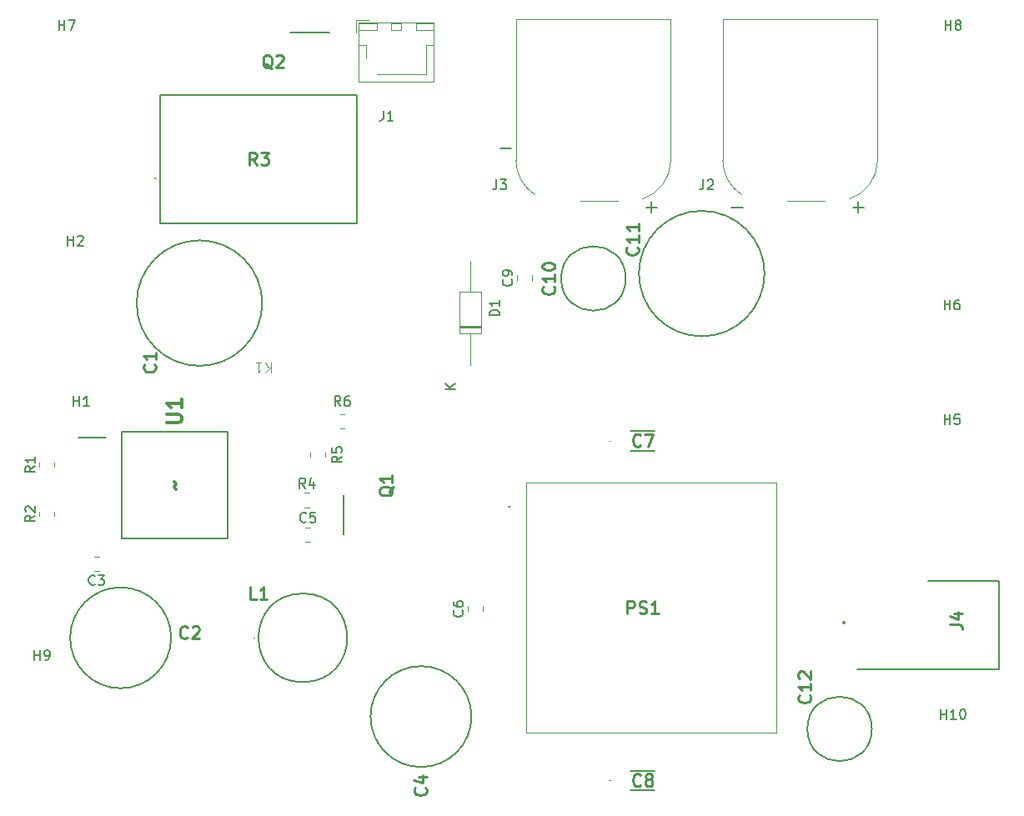
<source format=gto>
%TF.GenerationSoftware,KiCad,Pcbnew,8.0.1*%
%TF.CreationDate,2024-05-22T17:07:33+09:00*%
%TF.ProjectId,power_bord,706f7765-725f-4626-9f72-642e6b696361,rev?*%
%TF.SameCoordinates,Original*%
%TF.FileFunction,Legend,Top*%
%TF.FilePolarity,Positive*%
%FSLAX46Y46*%
G04 Gerber Fmt 4.6, Leading zero omitted, Abs format (unit mm)*
G04 Created by KiCad (PCBNEW 8.0.1) date 2024-05-22 17:07:33*
%MOMM*%
%LPD*%
G01*
G04 APERTURE LIST*
%ADD10C,0.254000*%
%ADD11C,0.304800*%
%ADD12C,0.100000*%
%ADD13C,0.150000*%
%ADD14C,0.200000*%
%ADD15C,0.198120*%
%ADD16C,0.120000*%
G04 APERTURE END LIST*
D10*
X80879047Y-40195270D02*
X80758095Y-40134794D01*
X80758095Y-40134794D02*
X80637142Y-40013842D01*
X80637142Y-40013842D02*
X80455714Y-39832413D01*
X80455714Y-39832413D02*
X80334761Y-39771937D01*
X80334761Y-39771937D02*
X80213809Y-39771937D01*
X80274285Y-40074318D02*
X80153333Y-40013842D01*
X80153333Y-40013842D02*
X80032380Y-39892889D01*
X80032380Y-39892889D02*
X79971904Y-39650984D01*
X79971904Y-39650984D02*
X79971904Y-39227651D01*
X79971904Y-39227651D02*
X80032380Y-38985746D01*
X80032380Y-38985746D02*
X80153333Y-38864794D01*
X80153333Y-38864794D02*
X80274285Y-38804318D01*
X80274285Y-38804318D02*
X80516190Y-38804318D01*
X80516190Y-38804318D02*
X80637142Y-38864794D01*
X80637142Y-38864794D02*
X80758095Y-38985746D01*
X80758095Y-38985746D02*
X80818571Y-39227651D01*
X80818571Y-39227651D02*
X80818571Y-39650984D01*
X80818571Y-39650984D02*
X80758095Y-39892889D01*
X80758095Y-39892889D02*
X80637142Y-40013842D01*
X80637142Y-40013842D02*
X80516190Y-40074318D01*
X80516190Y-40074318D02*
X80274285Y-40074318D01*
X81302380Y-38925270D02*
X81362856Y-38864794D01*
X81362856Y-38864794D02*
X81483809Y-38804318D01*
X81483809Y-38804318D02*
X81786190Y-38804318D01*
X81786190Y-38804318D02*
X81907142Y-38864794D01*
X81907142Y-38864794D02*
X81967618Y-38925270D01*
X81967618Y-38925270D02*
X82028095Y-39046222D01*
X82028095Y-39046222D02*
X82028095Y-39167175D01*
X82028095Y-39167175D02*
X81967618Y-39348603D01*
X81967618Y-39348603D02*
X81241904Y-40074318D01*
X81241904Y-40074318D02*
X82028095Y-40074318D01*
D11*
X70165181Y-76161142D02*
X71398895Y-76161142D01*
X71398895Y-76161142D02*
X71544038Y-76088571D01*
X71544038Y-76088571D02*
X71616610Y-76016000D01*
X71616610Y-76016000D02*
X71689181Y-75870857D01*
X71689181Y-75870857D02*
X71689181Y-75580571D01*
X71689181Y-75580571D02*
X71616610Y-75435428D01*
X71616610Y-75435428D02*
X71544038Y-75362857D01*
X71544038Y-75362857D02*
X71398895Y-75290285D01*
X71398895Y-75290285D02*
X70165181Y-75290285D01*
X71689181Y-73766286D02*
X71689181Y-74637143D01*
X71689181Y-74201714D02*
X70165181Y-74201714D01*
X70165181Y-74201714D02*
X70382895Y-74346857D01*
X70382895Y-74346857D02*
X70528038Y-74492000D01*
X70528038Y-74492000D02*
X70600610Y-74637143D01*
X71108610Y-82899142D02*
X71036038Y-82826570D01*
X71036038Y-82826570D02*
X70963467Y-82681427D01*
X70963467Y-82681427D02*
X71108610Y-82391142D01*
X71108610Y-82391142D02*
X71036038Y-82245999D01*
X71036038Y-82245999D02*
X70963467Y-82173427D01*
D10*
X93195270Y-82620952D02*
X93134794Y-82741904D01*
X93134794Y-82741904D02*
X93013842Y-82862857D01*
X93013842Y-82862857D02*
X92832413Y-83044285D01*
X92832413Y-83044285D02*
X92771937Y-83165238D01*
X92771937Y-83165238D02*
X92771937Y-83286190D01*
X93074318Y-83225714D02*
X93013842Y-83346666D01*
X93013842Y-83346666D02*
X92892889Y-83467619D01*
X92892889Y-83467619D02*
X92650984Y-83528095D01*
X92650984Y-83528095D02*
X92227651Y-83528095D01*
X92227651Y-83528095D02*
X91985746Y-83467619D01*
X91985746Y-83467619D02*
X91864794Y-83346666D01*
X91864794Y-83346666D02*
X91804318Y-83225714D01*
X91804318Y-83225714D02*
X91804318Y-82983809D01*
X91804318Y-82983809D02*
X91864794Y-82862857D01*
X91864794Y-82862857D02*
X91985746Y-82741904D01*
X91985746Y-82741904D02*
X92227651Y-82681428D01*
X92227651Y-82681428D02*
X92650984Y-82681428D01*
X92650984Y-82681428D02*
X92892889Y-82741904D01*
X92892889Y-82741904D02*
X93013842Y-82862857D01*
X93013842Y-82862857D02*
X93074318Y-82983809D01*
X93074318Y-82983809D02*
X93074318Y-83225714D01*
X93074318Y-81471904D02*
X93074318Y-82197619D01*
X93074318Y-81834762D02*
X91804318Y-81834762D01*
X91804318Y-81834762D02*
X91985746Y-81955714D01*
X91985746Y-81955714D02*
X92106699Y-82076666D01*
X92106699Y-82076666D02*
X92167175Y-82197619D01*
D12*
X80738094Y-70042580D02*
X80738094Y-71042580D01*
X80166666Y-70042580D02*
X80595237Y-70614009D01*
X80166666Y-71042580D02*
X80738094Y-70471152D01*
X79214285Y-70042580D02*
X79785713Y-70042580D01*
X79499999Y-70042580D02*
X79499999Y-71042580D01*
X79499999Y-71042580D02*
X79595237Y-70899723D01*
X79595237Y-70899723D02*
X79690475Y-70804485D01*
X79690475Y-70804485D02*
X79785713Y-70756866D01*
D13*
X124666666Y-51454819D02*
X124666666Y-52169104D01*
X124666666Y-52169104D02*
X124619047Y-52311961D01*
X124619047Y-52311961D02*
X124523809Y-52407200D01*
X124523809Y-52407200D02*
X124380952Y-52454819D01*
X124380952Y-52454819D02*
X124285714Y-52454819D01*
X125095238Y-51550057D02*
X125142857Y-51502438D01*
X125142857Y-51502438D02*
X125238095Y-51454819D01*
X125238095Y-51454819D02*
X125476190Y-51454819D01*
X125476190Y-51454819D02*
X125571428Y-51502438D01*
X125571428Y-51502438D02*
X125619047Y-51550057D01*
X125619047Y-51550057D02*
X125666666Y-51645295D01*
X125666666Y-51645295D02*
X125666666Y-51740533D01*
X125666666Y-51740533D02*
X125619047Y-51883390D01*
X125619047Y-51883390D02*
X125047619Y-52454819D01*
X125047619Y-52454819D02*
X125666666Y-52454819D01*
X127528571Y-54264700D02*
X128671429Y-54264700D01*
X139828571Y-54264700D02*
X140971429Y-54264700D01*
X140400000Y-54836128D02*
X140400000Y-53693271D01*
X148761905Y-106254819D02*
X148761905Y-105254819D01*
X148761905Y-105731009D02*
X149333333Y-105731009D01*
X149333333Y-106254819D02*
X149333333Y-105254819D01*
X150333333Y-106254819D02*
X149761905Y-106254819D01*
X150047619Y-106254819D02*
X150047619Y-105254819D01*
X150047619Y-105254819D02*
X149952381Y-105397676D01*
X149952381Y-105397676D02*
X149857143Y-105492914D01*
X149857143Y-105492914D02*
X149761905Y-105540533D01*
X150952381Y-105254819D02*
X151047619Y-105254819D01*
X151047619Y-105254819D02*
X151142857Y-105302438D01*
X151142857Y-105302438D02*
X151190476Y-105350057D01*
X151190476Y-105350057D02*
X151238095Y-105445295D01*
X151238095Y-105445295D02*
X151285714Y-105635771D01*
X151285714Y-105635771D02*
X151285714Y-105873866D01*
X151285714Y-105873866D02*
X151238095Y-106064342D01*
X151238095Y-106064342D02*
X151190476Y-106159580D01*
X151190476Y-106159580D02*
X151142857Y-106207200D01*
X151142857Y-106207200D02*
X151047619Y-106254819D01*
X151047619Y-106254819D02*
X150952381Y-106254819D01*
X150952381Y-106254819D02*
X150857143Y-106207200D01*
X150857143Y-106207200D02*
X150809524Y-106159580D01*
X150809524Y-106159580D02*
X150761905Y-106064342D01*
X150761905Y-106064342D02*
X150714286Y-105873866D01*
X150714286Y-105873866D02*
X150714286Y-105635771D01*
X150714286Y-105635771D02*
X150761905Y-105445295D01*
X150761905Y-105445295D02*
X150809524Y-105350057D01*
X150809524Y-105350057D02*
X150857143Y-105302438D01*
X150857143Y-105302438D02*
X150952381Y-105254819D01*
X60738095Y-74454819D02*
X60738095Y-73454819D01*
X60738095Y-73931009D02*
X61309523Y-73931009D01*
X61309523Y-74454819D02*
X61309523Y-73454819D01*
X62309523Y-74454819D02*
X61738095Y-74454819D01*
X62023809Y-74454819D02*
X62023809Y-73454819D01*
X62023809Y-73454819D02*
X61928571Y-73597676D01*
X61928571Y-73597676D02*
X61833333Y-73692914D01*
X61833333Y-73692914D02*
X61738095Y-73740533D01*
X103666666Y-51454819D02*
X103666666Y-52169104D01*
X103666666Y-52169104D02*
X103619047Y-52311961D01*
X103619047Y-52311961D02*
X103523809Y-52407200D01*
X103523809Y-52407200D02*
X103380952Y-52454819D01*
X103380952Y-52454819D02*
X103285714Y-52454819D01*
X104047619Y-51454819D02*
X104666666Y-51454819D01*
X104666666Y-51454819D02*
X104333333Y-51835771D01*
X104333333Y-51835771D02*
X104476190Y-51835771D01*
X104476190Y-51835771D02*
X104571428Y-51883390D01*
X104571428Y-51883390D02*
X104619047Y-51931009D01*
X104619047Y-51931009D02*
X104666666Y-52026247D01*
X104666666Y-52026247D02*
X104666666Y-52264342D01*
X104666666Y-52264342D02*
X104619047Y-52359580D01*
X104619047Y-52359580D02*
X104571428Y-52407200D01*
X104571428Y-52407200D02*
X104476190Y-52454819D01*
X104476190Y-52454819D02*
X104190476Y-52454819D01*
X104190476Y-52454819D02*
X104095238Y-52407200D01*
X104095238Y-52407200D02*
X104047619Y-52359580D01*
X118828571Y-54264700D02*
X119971429Y-54264700D01*
X119400000Y-54836128D02*
X119400000Y-53693271D01*
X104028571Y-48264700D02*
X105171429Y-48264700D01*
X87833333Y-74454819D02*
X87500000Y-73978628D01*
X87261905Y-74454819D02*
X87261905Y-73454819D01*
X87261905Y-73454819D02*
X87642857Y-73454819D01*
X87642857Y-73454819D02*
X87738095Y-73502438D01*
X87738095Y-73502438D02*
X87785714Y-73550057D01*
X87785714Y-73550057D02*
X87833333Y-73645295D01*
X87833333Y-73645295D02*
X87833333Y-73788152D01*
X87833333Y-73788152D02*
X87785714Y-73883390D01*
X87785714Y-73883390D02*
X87738095Y-73931009D01*
X87738095Y-73931009D02*
X87642857Y-73978628D01*
X87642857Y-73978628D02*
X87261905Y-73978628D01*
X88690476Y-73454819D02*
X88500000Y-73454819D01*
X88500000Y-73454819D02*
X88404762Y-73502438D01*
X88404762Y-73502438D02*
X88357143Y-73550057D01*
X88357143Y-73550057D02*
X88261905Y-73692914D01*
X88261905Y-73692914D02*
X88214286Y-73883390D01*
X88214286Y-73883390D02*
X88214286Y-74264342D01*
X88214286Y-74264342D02*
X88261905Y-74359580D01*
X88261905Y-74359580D02*
X88309524Y-74407200D01*
X88309524Y-74407200D02*
X88404762Y-74454819D01*
X88404762Y-74454819D02*
X88595238Y-74454819D01*
X88595238Y-74454819D02*
X88690476Y-74407200D01*
X88690476Y-74407200D02*
X88738095Y-74359580D01*
X88738095Y-74359580D02*
X88785714Y-74264342D01*
X88785714Y-74264342D02*
X88785714Y-74026247D01*
X88785714Y-74026247D02*
X88738095Y-73931009D01*
X88738095Y-73931009D02*
X88690476Y-73883390D01*
X88690476Y-73883390D02*
X88595238Y-73835771D01*
X88595238Y-73835771D02*
X88404762Y-73835771D01*
X88404762Y-73835771D02*
X88309524Y-73883390D01*
X88309524Y-73883390D02*
X88261905Y-73931009D01*
X88261905Y-73931009D02*
X88214286Y-74026247D01*
X84333333Y-86179580D02*
X84285714Y-86227200D01*
X84285714Y-86227200D02*
X84142857Y-86274819D01*
X84142857Y-86274819D02*
X84047619Y-86274819D01*
X84047619Y-86274819D02*
X83904762Y-86227200D01*
X83904762Y-86227200D02*
X83809524Y-86131961D01*
X83809524Y-86131961D02*
X83761905Y-86036723D01*
X83761905Y-86036723D02*
X83714286Y-85846247D01*
X83714286Y-85846247D02*
X83714286Y-85703390D01*
X83714286Y-85703390D02*
X83761905Y-85512914D01*
X83761905Y-85512914D02*
X83809524Y-85417676D01*
X83809524Y-85417676D02*
X83904762Y-85322438D01*
X83904762Y-85322438D02*
X84047619Y-85274819D01*
X84047619Y-85274819D02*
X84142857Y-85274819D01*
X84142857Y-85274819D02*
X84285714Y-85322438D01*
X84285714Y-85322438D02*
X84333333Y-85370057D01*
X85238095Y-85274819D02*
X84761905Y-85274819D01*
X84761905Y-85274819D02*
X84714286Y-85751009D01*
X84714286Y-85751009D02*
X84761905Y-85703390D01*
X84761905Y-85703390D02*
X84857143Y-85655771D01*
X84857143Y-85655771D02*
X85095238Y-85655771D01*
X85095238Y-85655771D02*
X85190476Y-85703390D01*
X85190476Y-85703390D02*
X85238095Y-85751009D01*
X85238095Y-85751009D02*
X85285714Y-85846247D01*
X85285714Y-85846247D02*
X85285714Y-86084342D01*
X85285714Y-86084342D02*
X85238095Y-86179580D01*
X85238095Y-86179580D02*
X85190476Y-86227200D01*
X85190476Y-86227200D02*
X85095238Y-86274819D01*
X85095238Y-86274819D02*
X84857143Y-86274819D01*
X84857143Y-86274819D02*
X84761905Y-86227200D01*
X84761905Y-86227200D02*
X84714286Y-86179580D01*
D10*
X118288333Y-112953365D02*
X118227857Y-113013842D01*
X118227857Y-113013842D02*
X118046428Y-113074318D01*
X118046428Y-113074318D02*
X117925476Y-113074318D01*
X117925476Y-113074318D02*
X117744047Y-113013842D01*
X117744047Y-113013842D02*
X117623095Y-112892889D01*
X117623095Y-112892889D02*
X117562618Y-112771937D01*
X117562618Y-112771937D02*
X117502142Y-112530032D01*
X117502142Y-112530032D02*
X117502142Y-112348603D01*
X117502142Y-112348603D02*
X117562618Y-112106699D01*
X117562618Y-112106699D02*
X117623095Y-111985746D01*
X117623095Y-111985746D02*
X117744047Y-111864794D01*
X117744047Y-111864794D02*
X117925476Y-111804318D01*
X117925476Y-111804318D02*
X118046428Y-111804318D01*
X118046428Y-111804318D02*
X118227857Y-111864794D01*
X118227857Y-111864794D02*
X118288333Y-111925270D01*
X119014047Y-112348603D02*
X118893095Y-112288127D01*
X118893095Y-112288127D02*
X118832618Y-112227651D01*
X118832618Y-112227651D02*
X118772142Y-112106699D01*
X118772142Y-112106699D02*
X118772142Y-112046222D01*
X118772142Y-112046222D02*
X118832618Y-111925270D01*
X118832618Y-111925270D02*
X118893095Y-111864794D01*
X118893095Y-111864794D02*
X119014047Y-111804318D01*
X119014047Y-111804318D02*
X119255952Y-111804318D01*
X119255952Y-111804318D02*
X119376904Y-111864794D01*
X119376904Y-111864794D02*
X119437380Y-111925270D01*
X119437380Y-111925270D02*
X119497857Y-112046222D01*
X119497857Y-112046222D02*
X119497857Y-112106699D01*
X119497857Y-112106699D02*
X119437380Y-112227651D01*
X119437380Y-112227651D02*
X119376904Y-112288127D01*
X119376904Y-112288127D02*
X119255952Y-112348603D01*
X119255952Y-112348603D02*
X119014047Y-112348603D01*
X119014047Y-112348603D02*
X118893095Y-112409080D01*
X118893095Y-112409080D02*
X118832618Y-112469556D01*
X118832618Y-112469556D02*
X118772142Y-112590508D01*
X118772142Y-112590508D02*
X118772142Y-112832413D01*
X118772142Y-112832413D02*
X118832618Y-112953365D01*
X118832618Y-112953365D02*
X118893095Y-113013842D01*
X118893095Y-113013842D02*
X119014047Y-113074318D01*
X119014047Y-113074318D02*
X119255952Y-113074318D01*
X119255952Y-113074318D02*
X119376904Y-113013842D01*
X119376904Y-113013842D02*
X119437380Y-112953365D01*
X119437380Y-112953365D02*
X119497857Y-112832413D01*
X119497857Y-112832413D02*
X119497857Y-112590508D01*
X119497857Y-112590508D02*
X119437380Y-112469556D01*
X119437380Y-112469556D02*
X119376904Y-112409080D01*
X119376904Y-112409080D02*
X119255952Y-112348603D01*
X109453365Y-62316428D02*
X109513842Y-62376904D01*
X109513842Y-62376904D02*
X109574318Y-62558333D01*
X109574318Y-62558333D02*
X109574318Y-62679285D01*
X109574318Y-62679285D02*
X109513842Y-62860714D01*
X109513842Y-62860714D02*
X109392889Y-62981666D01*
X109392889Y-62981666D02*
X109271937Y-63042143D01*
X109271937Y-63042143D02*
X109030032Y-63102619D01*
X109030032Y-63102619D02*
X108848603Y-63102619D01*
X108848603Y-63102619D02*
X108606699Y-63042143D01*
X108606699Y-63042143D02*
X108485746Y-62981666D01*
X108485746Y-62981666D02*
X108364794Y-62860714D01*
X108364794Y-62860714D02*
X108304318Y-62679285D01*
X108304318Y-62679285D02*
X108304318Y-62558333D01*
X108304318Y-62558333D02*
X108364794Y-62376904D01*
X108364794Y-62376904D02*
X108425270Y-62316428D01*
X109574318Y-61106904D02*
X109574318Y-61832619D01*
X109574318Y-61469762D02*
X108304318Y-61469762D01*
X108304318Y-61469762D02*
X108485746Y-61590714D01*
X108485746Y-61590714D02*
X108606699Y-61711666D01*
X108606699Y-61711666D02*
X108667175Y-61832619D01*
X108304318Y-60320714D02*
X108304318Y-60199761D01*
X108304318Y-60199761D02*
X108364794Y-60078809D01*
X108364794Y-60078809D02*
X108425270Y-60018333D01*
X108425270Y-60018333D02*
X108546222Y-59957857D01*
X108546222Y-59957857D02*
X108788127Y-59897380D01*
X108788127Y-59897380D02*
X109090508Y-59897380D01*
X109090508Y-59897380D02*
X109332413Y-59957857D01*
X109332413Y-59957857D02*
X109453365Y-60018333D01*
X109453365Y-60018333D02*
X109513842Y-60078809D01*
X109513842Y-60078809D02*
X109574318Y-60199761D01*
X109574318Y-60199761D02*
X109574318Y-60320714D01*
X109574318Y-60320714D02*
X109513842Y-60441666D01*
X109513842Y-60441666D02*
X109453365Y-60502142D01*
X109453365Y-60502142D02*
X109332413Y-60562619D01*
X109332413Y-60562619D02*
X109090508Y-60623095D01*
X109090508Y-60623095D02*
X108788127Y-60623095D01*
X108788127Y-60623095D02*
X108546222Y-60562619D01*
X108546222Y-60562619D02*
X108425270Y-60502142D01*
X108425270Y-60502142D02*
X108364794Y-60441666D01*
X108364794Y-60441666D02*
X108304318Y-60320714D01*
D13*
X62883333Y-92539580D02*
X62835714Y-92587200D01*
X62835714Y-92587200D02*
X62692857Y-92634819D01*
X62692857Y-92634819D02*
X62597619Y-92634819D01*
X62597619Y-92634819D02*
X62454762Y-92587200D01*
X62454762Y-92587200D02*
X62359524Y-92491961D01*
X62359524Y-92491961D02*
X62311905Y-92396723D01*
X62311905Y-92396723D02*
X62264286Y-92206247D01*
X62264286Y-92206247D02*
X62264286Y-92063390D01*
X62264286Y-92063390D02*
X62311905Y-91872914D01*
X62311905Y-91872914D02*
X62359524Y-91777676D01*
X62359524Y-91777676D02*
X62454762Y-91682438D01*
X62454762Y-91682438D02*
X62597619Y-91634819D01*
X62597619Y-91634819D02*
X62692857Y-91634819D01*
X62692857Y-91634819D02*
X62835714Y-91682438D01*
X62835714Y-91682438D02*
X62883333Y-91730057D01*
X63216667Y-91634819D02*
X63835714Y-91634819D01*
X63835714Y-91634819D02*
X63502381Y-92015771D01*
X63502381Y-92015771D02*
X63645238Y-92015771D01*
X63645238Y-92015771D02*
X63740476Y-92063390D01*
X63740476Y-92063390D02*
X63788095Y-92111009D01*
X63788095Y-92111009D02*
X63835714Y-92206247D01*
X63835714Y-92206247D02*
X63835714Y-92444342D01*
X63835714Y-92444342D02*
X63788095Y-92539580D01*
X63788095Y-92539580D02*
X63740476Y-92587200D01*
X63740476Y-92587200D02*
X63645238Y-92634819D01*
X63645238Y-92634819D02*
X63359524Y-92634819D01*
X63359524Y-92634819D02*
X63264286Y-92587200D01*
X63264286Y-92587200D02*
X63216667Y-92539580D01*
X92166666Y-44479819D02*
X92166666Y-45194104D01*
X92166666Y-45194104D02*
X92119047Y-45336961D01*
X92119047Y-45336961D02*
X92023809Y-45432200D01*
X92023809Y-45432200D02*
X91880952Y-45479819D01*
X91880952Y-45479819D02*
X91785714Y-45479819D01*
X93166666Y-45479819D02*
X92595238Y-45479819D01*
X92880952Y-45479819D02*
X92880952Y-44479819D01*
X92880952Y-44479819D02*
X92785714Y-44622676D01*
X92785714Y-44622676D02*
X92690476Y-44717914D01*
X92690476Y-44717914D02*
X92595238Y-44765533D01*
X56804819Y-85579166D02*
X56328628Y-85912499D01*
X56804819Y-86150594D02*
X55804819Y-86150594D01*
X55804819Y-86150594D02*
X55804819Y-85769642D01*
X55804819Y-85769642D02*
X55852438Y-85674404D01*
X55852438Y-85674404D02*
X55900057Y-85626785D01*
X55900057Y-85626785D02*
X55995295Y-85579166D01*
X55995295Y-85579166D02*
X56138152Y-85579166D01*
X56138152Y-85579166D02*
X56233390Y-85626785D01*
X56233390Y-85626785D02*
X56281009Y-85674404D01*
X56281009Y-85674404D02*
X56328628Y-85769642D01*
X56328628Y-85769642D02*
X56328628Y-86150594D01*
X55900057Y-85198213D02*
X55852438Y-85150594D01*
X55852438Y-85150594D02*
X55804819Y-85055356D01*
X55804819Y-85055356D02*
X55804819Y-84817261D01*
X55804819Y-84817261D02*
X55852438Y-84722023D01*
X55852438Y-84722023D02*
X55900057Y-84674404D01*
X55900057Y-84674404D02*
X55995295Y-84626785D01*
X55995295Y-84626785D02*
X56090533Y-84626785D01*
X56090533Y-84626785D02*
X56233390Y-84674404D01*
X56233390Y-84674404D02*
X56804819Y-85245832D01*
X56804819Y-85245832D02*
X56804819Y-84626785D01*
X59238095Y-36254819D02*
X59238095Y-35254819D01*
X59238095Y-35731009D02*
X59809523Y-35731009D01*
X59809523Y-36254819D02*
X59809523Y-35254819D01*
X60190476Y-35254819D02*
X60857142Y-35254819D01*
X60857142Y-35254819D02*
X60428571Y-36254819D01*
X60138095Y-58154819D02*
X60138095Y-57154819D01*
X60138095Y-57631009D02*
X60709523Y-57631009D01*
X60709523Y-58154819D02*
X60709523Y-57154819D01*
X61138095Y-57250057D02*
X61185714Y-57202438D01*
X61185714Y-57202438D02*
X61280952Y-57154819D01*
X61280952Y-57154819D02*
X61519047Y-57154819D01*
X61519047Y-57154819D02*
X61614285Y-57202438D01*
X61614285Y-57202438D02*
X61661904Y-57250057D01*
X61661904Y-57250057D02*
X61709523Y-57345295D01*
X61709523Y-57345295D02*
X61709523Y-57440533D01*
X61709523Y-57440533D02*
X61661904Y-57583390D01*
X61661904Y-57583390D02*
X61090476Y-58154819D01*
X61090476Y-58154819D02*
X61709523Y-58154819D01*
D10*
X116957856Y-95534318D02*
X116957856Y-94264318D01*
X116957856Y-94264318D02*
X117441666Y-94264318D01*
X117441666Y-94264318D02*
X117562618Y-94324794D01*
X117562618Y-94324794D02*
X117623095Y-94385270D01*
X117623095Y-94385270D02*
X117683571Y-94506222D01*
X117683571Y-94506222D02*
X117683571Y-94687651D01*
X117683571Y-94687651D02*
X117623095Y-94808603D01*
X117623095Y-94808603D02*
X117562618Y-94869080D01*
X117562618Y-94869080D02*
X117441666Y-94929556D01*
X117441666Y-94929556D02*
X116957856Y-94929556D01*
X118167380Y-95473842D02*
X118348809Y-95534318D01*
X118348809Y-95534318D02*
X118651190Y-95534318D01*
X118651190Y-95534318D02*
X118772142Y-95473842D01*
X118772142Y-95473842D02*
X118832618Y-95413365D01*
X118832618Y-95413365D02*
X118893095Y-95292413D01*
X118893095Y-95292413D02*
X118893095Y-95171461D01*
X118893095Y-95171461D02*
X118832618Y-95050508D01*
X118832618Y-95050508D02*
X118772142Y-94990032D01*
X118772142Y-94990032D02*
X118651190Y-94929556D01*
X118651190Y-94929556D02*
X118409285Y-94869080D01*
X118409285Y-94869080D02*
X118288333Y-94808603D01*
X118288333Y-94808603D02*
X118227856Y-94748127D01*
X118227856Y-94748127D02*
X118167380Y-94627175D01*
X118167380Y-94627175D02*
X118167380Y-94506222D01*
X118167380Y-94506222D02*
X118227856Y-94385270D01*
X118227856Y-94385270D02*
X118288333Y-94324794D01*
X118288333Y-94324794D02*
X118409285Y-94264318D01*
X118409285Y-94264318D02*
X118711666Y-94264318D01*
X118711666Y-94264318D02*
X118893095Y-94324794D01*
X120102619Y-95534318D02*
X119376904Y-95534318D01*
X119739761Y-95534318D02*
X119739761Y-94264318D01*
X119739761Y-94264318D02*
X119618809Y-94445746D01*
X119618809Y-94445746D02*
X119497857Y-94566699D01*
X119497857Y-94566699D02*
X119376904Y-94627175D01*
X79288333Y-49979318D02*
X78864999Y-49374556D01*
X78562618Y-49979318D02*
X78562618Y-48709318D01*
X78562618Y-48709318D02*
X79046428Y-48709318D01*
X79046428Y-48709318D02*
X79167380Y-48769794D01*
X79167380Y-48769794D02*
X79227857Y-48830270D01*
X79227857Y-48830270D02*
X79288333Y-48951222D01*
X79288333Y-48951222D02*
X79288333Y-49132651D01*
X79288333Y-49132651D02*
X79227857Y-49253603D01*
X79227857Y-49253603D02*
X79167380Y-49314080D01*
X79167380Y-49314080D02*
X79046428Y-49374556D01*
X79046428Y-49374556D02*
X78562618Y-49374556D01*
X79711666Y-48709318D02*
X80497857Y-48709318D01*
X80497857Y-48709318D02*
X80074523Y-49193127D01*
X80074523Y-49193127D02*
X80255952Y-49193127D01*
X80255952Y-49193127D02*
X80376904Y-49253603D01*
X80376904Y-49253603D02*
X80437380Y-49314080D01*
X80437380Y-49314080D02*
X80497857Y-49435032D01*
X80497857Y-49435032D02*
X80497857Y-49737413D01*
X80497857Y-49737413D02*
X80437380Y-49858365D01*
X80437380Y-49858365D02*
X80376904Y-49918842D01*
X80376904Y-49918842D02*
X80255952Y-49979318D01*
X80255952Y-49979318D02*
X79893095Y-49979318D01*
X79893095Y-49979318D02*
X79772142Y-49918842D01*
X79772142Y-49918842D02*
X79711666Y-49858365D01*
X135453365Y-103816428D02*
X135513842Y-103876904D01*
X135513842Y-103876904D02*
X135574318Y-104058333D01*
X135574318Y-104058333D02*
X135574318Y-104179285D01*
X135574318Y-104179285D02*
X135513842Y-104360714D01*
X135513842Y-104360714D02*
X135392889Y-104481666D01*
X135392889Y-104481666D02*
X135271937Y-104542143D01*
X135271937Y-104542143D02*
X135030032Y-104602619D01*
X135030032Y-104602619D02*
X134848603Y-104602619D01*
X134848603Y-104602619D02*
X134606699Y-104542143D01*
X134606699Y-104542143D02*
X134485746Y-104481666D01*
X134485746Y-104481666D02*
X134364794Y-104360714D01*
X134364794Y-104360714D02*
X134304318Y-104179285D01*
X134304318Y-104179285D02*
X134304318Y-104058333D01*
X134304318Y-104058333D02*
X134364794Y-103876904D01*
X134364794Y-103876904D02*
X134425270Y-103816428D01*
X135574318Y-102606904D02*
X135574318Y-103332619D01*
X135574318Y-102969762D02*
X134304318Y-102969762D01*
X134304318Y-102969762D02*
X134485746Y-103090714D01*
X134485746Y-103090714D02*
X134606699Y-103211666D01*
X134606699Y-103211666D02*
X134667175Y-103332619D01*
X134425270Y-102123095D02*
X134364794Y-102062619D01*
X134364794Y-102062619D02*
X134304318Y-101941666D01*
X134304318Y-101941666D02*
X134304318Y-101639285D01*
X134304318Y-101639285D02*
X134364794Y-101518333D01*
X134364794Y-101518333D02*
X134425270Y-101457857D01*
X134425270Y-101457857D02*
X134546222Y-101397380D01*
X134546222Y-101397380D02*
X134667175Y-101397380D01*
X134667175Y-101397380D02*
X134848603Y-101457857D01*
X134848603Y-101457857D02*
X135574318Y-102183571D01*
X135574318Y-102183571D02*
X135574318Y-101397380D01*
D13*
X84245833Y-82804819D02*
X83912500Y-82328628D01*
X83674405Y-82804819D02*
X83674405Y-81804819D01*
X83674405Y-81804819D02*
X84055357Y-81804819D01*
X84055357Y-81804819D02*
X84150595Y-81852438D01*
X84150595Y-81852438D02*
X84198214Y-81900057D01*
X84198214Y-81900057D02*
X84245833Y-81995295D01*
X84245833Y-81995295D02*
X84245833Y-82138152D01*
X84245833Y-82138152D02*
X84198214Y-82233390D01*
X84198214Y-82233390D02*
X84150595Y-82281009D01*
X84150595Y-82281009D02*
X84055357Y-82328628D01*
X84055357Y-82328628D02*
X83674405Y-82328628D01*
X85102976Y-82138152D02*
X85102976Y-82804819D01*
X84864881Y-81757200D02*
X84626786Y-82471485D01*
X84626786Y-82471485D02*
X85245833Y-82471485D01*
X149138095Y-64654819D02*
X149138095Y-63654819D01*
X149138095Y-64131009D02*
X149709523Y-64131009D01*
X149709523Y-64654819D02*
X149709523Y-63654819D01*
X150614285Y-63654819D02*
X150423809Y-63654819D01*
X150423809Y-63654819D02*
X150328571Y-63702438D01*
X150328571Y-63702438D02*
X150280952Y-63750057D01*
X150280952Y-63750057D02*
X150185714Y-63892914D01*
X150185714Y-63892914D02*
X150138095Y-64083390D01*
X150138095Y-64083390D02*
X150138095Y-64464342D01*
X150138095Y-64464342D02*
X150185714Y-64559580D01*
X150185714Y-64559580D02*
X150233333Y-64607200D01*
X150233333Y-64607200D02*
X150328571Y-64654819D01*
X150328571Y-64654819D02*
X150519047Y-64654819D01*
X150519047Y-64654819D02*
X150614285Y-64607200D01*
X150614285Y-64607200D02*
X150661904Y-64559580D01*
X150661904Y-64559580D02*
X150709523Y-64464342D01*
X150709523Y-64464342D02*
X150709523Y-64226247D01*
X150709523Y-64226247D02*
X150661904Y-64131009D01*
X150661904Y-64131009D02*
X150614285Y-64083390D01*
X150614285Y-64083390D02*
X150519047Y-64035771D01*
X150519047Y-64035771D02*
X150328571Y-64035771D01*
X150328571Y-64035771D02*
X150233333Y-64083390D01*
X150233333Y-64083390D02*
X150185714Y-64131009D01*
X150185714Y-64131009D02*
X150138095Y-64226247D01*
D10*
X117953365Y-58316428D02*
X118013842Y-58376904D01*
X118013842Y-58376904D02*
X118074318Y-58558333D01*
X118074318Y-58558333D02*
X118074318Y-58679285D01*
X118074318Y-58679285D02*
X118013842Y-58860714D01*
X118013842Y-58860714D02*
X117892889Y-58981666D01*
X117892889Y-58981666D02*
X117771937Y-59042143D01*
X117771937Y-59042143D02*
X117530032Y-59102619D01*
X117530032Y-59102619D02*
X117348603Y-59102619D01*
X117348603Y-59102619D02*
X117106699Y-59042143D01*
X117106699Y-59042143D02*
X116985746Y-58981666D01*
X116985746Y-58981666D02*
X116864794Y-58860714D01*
X116864794Y-58860714D02*
X116804318Y-58679285D01*
X116804318Y-58679285D02*
X116804318Y-58558333D01*
X116804318Y-58558333D02*
X116864794Y-58376904D01*
X116864794Y-58376904D02*
X116925270Y-58316428D01*
X118074318Y-57106904D02*
X118074318Y-57832619D01*
X118074318Y-57469762D02*
X116804318Y-57469762D01*
X116804318Y-57469762D02*
X116985746Y-57590714D01*
X116985746Y-57590714D02*
X117106699Y-57711666D01*
X117106699Y-57711666D02*
X117167175Y-57832619D01*
X118074318Y-55897380D02*
X118074318Y-56623095D01*
X118074318Y-56260238D02*
X116804318Y-56260238D01*
X116804318Y-56260238D02*
X116985746Y-56381190D01*
X116985746Y-56381190D02*
X117106699Y-56502142D01*
X117106699Y-56502142D02*
X117167175Y-56623095D01*
X118288333Y-78453365D02*
X118227857Y-78513842D01*
X118227857Y-78513842D02*
X118046428Y-78574318D01*
X118046428Y-78574318D02*
X117925476Y-78574318D01*
X117925476Y-78574318D02*
X117744047Y-78513842D01*
X117744047Y-78513842D02*
X117623095Y-78392889D01*
X117623095Y-78392889D02*
X117562618Y-78271937D01*
X117562618Y-78271937D02*
X117502142Y-78030032D01*
X117502142Y-78030032D02*
X117502142Y-77848603D01*
X117502142Y-77848603D02*
X117562618Y-77606699D01*
X117562618Y-77606699D02*
X117623095Y-77485746D01*
X117623095Y-77485746D02*
X117744047Y-77364794D01*
X117744047Y-77364794D02*
X117925476Y-77304318D01*
X117925476Y-77304318D02*
X118046428Y-77304318D01*
X118046428Y-77304318D02*
X118227857Y-77364794D01*
X118227857Y-77364794D02*
X118288333Y-77425270D01*
X118711666Y-77304318D02*
X119558333Y-77304318D01*
X119558333Y-77304318D02*
X119014047Y-78574318D01*
D13*
X100179580Y-95216666D02*
X100227200Y-95264285D01*
X100227200Y-95264285D02*
X100274819Y-95407142D01*
X100274819Y-95407142D02*
X100274819Y-95502380D01*
X100274819Y-95502380D02*
X100227200Y-95645237D01*
X100227200Y-95645237D02*
X100131961Y-95740475D01*
X100131961Y-95740475D02*
X100036723Y-95788094D01*
X100036723Y-95788094D02*
X99846247Y-95835713D01*
X99846247Y-95835713D02*
X99703390Y-95835713D01*
X99703390Y-95835713D02*
X99512914Y-95788094D01*
X99512914Y-95788094D02*
X99417676Y-95740475D01*
X99417676Y-95740475D02*
X99322438Y-95645237D01*
X99322438Y-95645237D02*
X99274819Y-95502380D01*
X99274819Y-95502380D02*
X99274819Y-95407142D01*
X99274819Y-95407142D02*
X99322438Y-95264285D01*
X99322438Y-95264285D02*
X99370057Y-95216666D01*
X99274819Y-94359523D02*
X99274819Y-94549999D01*
X99274819Y-94549999D02*
X99322438Y-94645237D01*
X99322438Y-94645237D02*
X99370057Y-94692856D01*
X99370057Y-94692856D02*
X99512914Y-94788094D01*
X99512914Y-94788094D02*
X99703390Y-94835713D01*
X99703390Y-94835713D02*
X100084342Y-94835713D01*
X100084342Y-94835713D02*
X100179580Y-94788094D01*
X100179580Y-94788094D02*
X100227200Y-94740475D01*
X100227200Y-94740475D02*
X100274819Y-94645237D01*
X100274819Y-94645237D02*
X100274819Y-94454761D01*
X100274819Y-94454761D02*
X100227200Y-94359523D01*
X100227200Y-94359523D02*
X100179580Y-94311904D01*
X100179580Y-94311904D02*
X100084342Y-94264285D01*
X100084342Y-94264285D02*
X99846247Y-94264285D01*
X99846247Y-94264285D02*
X99751009Y-94311904D01*
X99751009Y-94311904D02*
X99703390Y-94359523D01*
X99703390Y-94359523D02*
X99655771Y-94454761D01*
X99655771Y-94454761D02*
X99655771Y-94645237D01*
X99655771Y-94645237D02*
X99703390Y-94740475D01*
X99703390Y-94740475D02*
X99751009Y-94788094D01*
X99751009Y-94788094D02*
X99846247Y-94835713D01*
X56738095Y-100254819D02*
X56738095Y-99254819D01*
X56738095Y-99731009D02*
X57309523Y-99731009D01*
X57309523Y-100254819D02*
X57309523Y-99254819D01*
X57833333Y-100254819D02*
X58023809Y-100254819D01*
X58023809Y-100254819D02*
X58119047Y-100207200D01*
X58119047Y-100207200D02*
X58166666Y-100159580D01*
X58166666Y-100159580D02*
X58261904Y-100016723D01*
X58261904Y-100016723D02*
X58309523Y-99826247D01*
X58309523Y-99826247D02*
X58309523Y-99445295D01*
X58309523Y-99445295D02*
X58261904Y-99350057D01*
X58261904Y-99350057D02*
X58214285Y-99302438D01*
X58214285Y-99302438D02*
X58119047Y-99254819D01*
X58119047Y-99254819D02*
X57928571Y-99254819D01*
X57928571Y-99254819D02*
X57833333Y-99302438D01*
X57833333Y-99302438D02*
X57785714Y-99350057D01*
X57785714Y-99350057D02*
X57738095Y-99445295D01*
X57738095Y-99445295D02*
X57738095Y-99683390D01*
X57738095Y-99683390D02*
X57785714Y-99778628D01*
X57785714Y-99778628D02*
X57833333Y-99826247D01*
X57833333Y-99826247D02*
X57928571Y-99873866D01*
X57928571Y-99873866D02*
X58119047Y-99873866D01*
X58119047Y-99873866D02*
X58214285Y-99826247D01*
X58214285Y-99826247D02*
X58261904Y-99778628D01*
X58261904Y-99778628D02*
X58309523Y-99683390D01*
D10*
X79288333Y-94074318D02*
X78683571Y-94074318D01*
X78683571Y-94074318D02*
X78683571Y-92804318D01*
X80376905Y-94074318D02*
X79651190Y-94074318D01*
X80014047Y-94074318D02*
X80014047Y-92804318D01*
X80014047Y-92804318D02*
X79893095Y-92985746D01*
X79893095Y-92985746D02*
X79772143Y-93106699D01*
X79772143Y-93106699D02*
X79651190Y-93167175D01*
D13*
X103954819Y-65238094D02*
X102954819Y-65238094D01*
X102954819Y-65238094D02*
X102954819Y-64999999D01*
X102954819Y-64999999D02*
X103002438Y-64857142D01*
X103002438Y-64857142D02*
X103097676Y-64761904D01*
X103097676Y-64761904D02*
X103192914Y-64714285D01*
X103192914Y-64714285D02*
X103383390Y-64666666D01*
X103383390Y-64666666D02*
X103526247Y-64666666D01*
X103526247Y-64666666D02*
X103716723Y-64714285D01*
X103716723Y-64714285D02*
X103811961Y-64761904D01*
X103811961Y-64761904D02*
X103907200Y-64857142D01*
X103907200Y-64857142D02*
X103954819Y-64999999D01*
X103954819Y-64999999D02*
X103954819Y-65238094D01*
X103954819Y-63714285D02*
X103954819Y-64285713D01*
X103954819Y-63999999D02*
X102954819Y-63999999D01*
X102954819Y-63999999D02*
X103097676Y-64095237D01*
X103097676Y-64095237D02*
X103192914Y-64190475D01*
X103192914Y-64190475D02*
X103240533Y-64285713D01*
X99454819Y-72761904D02*
X98454819Y-72761904D01*
X99454819Y-72190476D02*
X98883390Y-72619047D01*
X98454819Y-72190476D02*
X99026247Y-72761904D01*
X149238095Y-36254819D02*
X149238095Y-35254819D01*
X149238095Y-35731009D02*
X149809523Y-35731009D01*
X149809523Y-36254819D02*
X149809523Y-35254819D01*
X150428571Y-35683390D02*
X150333333Y-35635771D01*
X150333333Y-35635771D02*
X150285714Y-35588152D01*
X150285714Y-35588152D02*
X150238095Y-35492914D01*
X150238095Y-35492914D02*
X150238095Y-35445295D01*
X150238095Y-35445295D02*
X150285714Y-35350057D01*
X150285714Y-35350057D02*
X150333333Y-35302438D01*
X150333333Y-35302438D02*
X150428571Y-35254819D01*
X150428571Y-35254819D02*
X150619047Y-35254819D01*
X150619047Y-35254819D02*
X150714285Y-35302438D01*
X150714285Y-35302438D02*
X150761904Y-35350057D01*
X150761904Y-35350057D02*
X150809523Y-35445295D01*
X150809523Y-35445295D02*
X150809523Y-35492914D01*
X150809523Y-35492914D02*
X150761904Y-35588152D01*
X150761904Y-35588152D02*
X150714285Y-35635771D01*
X150714285Y-35635771D02*
X150619047Y-35683390D01*
X150619047Y-35683390D02*
X150428571Y-35683390D01*
X150428571Y-35683390D02*
X150333333Y-35731009D01*
X150333333Y-35731009D02*
X150285714Y-35778628D01*
X150285714Y-35778628D02*
X150238095Y-35873866D01*
X150238095Y-35873866D02*
X150238095Y-36064342D01*
X150238095Y-36064342D02*
X150285714Y-36159580D01*
X150285714Y-36159580D02*
X150333333Y-36207200D01*
X150333333Y-36207200D02*
X150428571Y-36254819D01*
X150428571Y-36254819D02*
X150619047Y-36254819D01*
X150619047Y-36254819D02*
X150714285Y-36207200D01*
X150714285Y-36207200D02*
X150761904Y-36159580D01*
X150761904Y-36159580D02*
X150809523Y-36064342D01*
X150809523Y-36064342D02*
X150809523Y-35873866D01*
X150809523Y-35873866D02*
X150761904Y-35778628D01*
X150761904Y-35778628D02*
X150714285Y-35731009D01*
X150714285Y-35731009D02*
X150619047Y-35683390D01*
D10*
X149715318Y-96658332D02*
X150622461Y-96658332D01*
X150622461Y-96658332D02*
X150803889Y-96718809D01*
X150803889Y-96718809D02*
X150924842Y-96839761D01*
X150924842Y-96839761D02*
X150985318Y-97021190D01*
X150985318Y-97021190D02*
X150985318Y-97142142D01*
X150138651Y-95509285D02*
X150985318Y-95509285D01*
X149654842Y-95811666D02*
X150561984Y-96114047D01*
X150561984Y-96114047D02*
X150561984Y-95327856D01*
D13*
X56804819Y-80579166D02*
X56328628Y-80912499D01*
X56804819Y-81150594D02*
X55804819Y-81150594D01*
X55804819Y-81150594D02*
X55804819Y-80769642D01*
X55804819Y-80769642D02*
X55852438Y-80674404D01*
X55852438Y-80674404D02*
X55900057Y-80626785D01*
X55900057Y-80626785D02*
X55995295Y-80579166D01*
X55995295Y-80579166D02*
X56138152Y-80579166D01*
X56138152Y-80579166D02*
X56233390Y-80626785D01*
X56233390Y-80626785D02*
X56281009Y-80674404D01*
X56281009Y-80674404D02*
X56328628Y-80769642D01*
X56328628Y-80769642D02*
X56328628Y-81150594D01*
X56804819Y-79626785D02*
X56804819Y-80198213D01*
X56804819Y-79912499D02*
X55804819Y-79912499D01*
X55804819Y-79912499D02*
X55947676Y-80007737D01*
X55947676Y-80007737D02*
X56042914Y-80102975D01*
X56042914Y-80102975D02*
X56090533Y-80198213D01*
D10*
X68953365Y-70211666D02*
X69013842Y-70272142D01*
X69013842Y-70272142D02*
X69074318Y-70453571D01*
X69074318Y-70453571D02*
X69074318Y-70574523D01*
X69074318Y-70574523D02*
X69013842Y-70755952D01*
X69013842Y-70755952D02*
X68892889Y-70876904D01*
X68892889Y-70876904D02*
X68771937Y-70937381D01*
X68771937Y-70937381D02*
X68530032Y-70997857D01*
X68530032Y-70997857D02*
X68348603Y-70997857D01*
X68348603Y-70997857D02*
X68106699Y-70937381D01*
X68106699Y-70937381D02*
X67985746Y-70876904D01*
X67985746Y-70876904D02*
X67864794Y-70755952D01*
X67864794Y-70755952D02*
X67804318Y-70574523D01*
X67804318Y-70574523D02*
X67804318Y-70453571D01*
X67804318Y-70453571D02*
X67864794Y-70272142D01*
X67864794Y-70272142D02*
X67925270Y-70211666D01*
X69074318Y-69002142D02*
X69074318Y-69727857D01*
X69074318Y-69365000D02*
X67804318Y-69365000D01*
X67804318Y-69365000D02*
X67985746Y-69485952D01*
X67985746Y-69485952D02*
X68106699Y-69606904D01*
X68106699Y-69606904D02*
X68167175Y-69727857D01*
D13*
X105179580Y-61616666D02*
X105227200Y-61664285D01*
X105227200Y-61664285D02*
X105274819Y-61807142D01*
X105274819Y-61807142D02*
X105274819Y-61902380D01*
X105274819Y-61902380D02*
X105227200Y-62045237D01*
X105227200Y-62045237D02*
X105131961Y-62140475D01*
X105131961Y-62140475D02*
X105036723Y-62188094D01*
X105036723Y-62188094D02*
X104846247Y-62235713D01*
X104846247Y-62235713D02*
X104703390Y-62235713D01*
X104703390Y-62235713D02*
X104512914Y-62188094D01*
X104512914Y-62188094D02*
X104417676Y-62140475D01*
X104417676Y-62140475D02*
X104322438Y-62045237D01*
X104322438Y-62045237D02*
X104274819Y-61902380D01*
X104274819Y-61902380D02*
X104274819Y-61807142D01*
X104274819Y-61807142D02*
X104322438Y-61664285D01*
X104322438Y-61664285D02*
X104370057Y-61616666D01*
X105274819Y-61140475D02*
X105274819Y-60949999D01*
X105274819Y-60949999D02*
X105227200Y-60854761D01*
X105227200Y-60854761D02*
X105179580Y-60807142D01*
X105179580Y-60807142D02*
X105036723Y-60711904D01*
X105036723Y-60711904D02*
X104846247Y-60664285D01*
X104846247Y-60664285D02*
X104465295Y-60664285D01*
X104465295Y-60664285D02*
X104370057Y-60711904D01*
X104370057Y-60711904D02*
X104322438Y-60759523D01*
X104322438Y-60759523D02*
X104274819Y-60854761D01*
X104274819Y-60854761D02*
X104274819Y-61045237D01*
X104274819Y-61045237D02*
X104322438Y-61140475D01*
X104322438Y-61140475D02*
X104370057Y-61188094D01*
X104370057Y-61188094D02*
X104465295Y-61235713D01*
X104465295Y-61235713D02*
X104703390Y-61235713D01*
X104703390Y-61235713D02*
X104798628Y-61188094D01*
X104798628Y-61188094D02*
X104846247Y-61140475D01*
X104846247Y-61140475D02*
X104893866Y-61045237D01*
X104893866Y-61045237D02*
X104893866Y-60854761D01*
X104893866Y-60854761D02*
X104846247Y-60759523D01*
X104846247Y-60759523D02*
X104798628Y-60711904D01*
X104798628Y-60711904D02*
X104703390Y-60664285D01*
D10*
X96453365Y-113211666D02*
X96513842Y-113272142D01*
X96513842Y-113272142D02*
X96574318Y-113453571D01*
X96574318Y-113453571D02*
X96574318Y-113574523D01*
X96574318Y-113574523D02*
X96513842Y-113755952D01*
X96513842Y-113755952D02*
X96392889Y-113876904D01*
X96392889Y-113876904D02*
X96271937Y-113937381D01*
X96271937Y-113937381D02*
X96030032Y-113997857D01*
X96030032Y-113997857D02*
X95848603Y-113997857D01*
X95848603Y-113997857D02*
X95606699Y-113937381D01*
X95606699Y-113937381D02*
X95485746Y-113876904D01*
X95485746Y-113876904D02*
X95364794Y-113755952D01*
X95364794Y-113755952D02*
X95304318Y-113574523D01*
X95304318Y-113574523D02*
X95304318Y-113453571D01*
X95304318Y-113453571D02*
X95364794Y-113272142D01*
X95364794Y-113272142D02*
X95425270Y-113211666D01*
X95727651Y-112123095D02*
X96574318Y-112123095D01*
X95243842Y-112425476D02*
X96150984Y-112727857D01*
X96150984Y-112727857D02*
X96150984Y-111941666D01*
X72288333Y-97953365D02*
X72227857Y-98013842D01*
X72227857Y-98013842D02*
X72046428Y-98074318D01*
X72046428Y-98074318D02*
X71925476Y-98074318D01*
X71925476Y-98074318D02*
X71744047Y-98013842D01*
X71744047Y-98013842D02*
X71623095Y-97892889D01*
X71623095Y-97892889D02*
X71562618Y-97771937D01*
X71562618Y-97771937D02*
X71502142Y-97530032D01*
X71502142Y-97530032D02*
X71502142Y-97348603D01*
X71502142Y-97348603D02*
X71562618Y-97106699D01*
X71562618Y-97106699D02*
X71623095Y-96985746D01*
X71623095Y-96985746D02*
X71744047Y-96864794D01*
X71744047Y-96864794D02*
X71925476Y-96804318D01*
X71925476Y-96804318D02*
X72046428Y-96804318D01*
X72046428Y-96804318D02*
X72227857Y-96864794D01*
X72227857Y-96864794D02*
X72288333Y-96925270D01*
X72772142Y-96925270D02*
X72832618Y-96864794D01*
X72832618Y-96864794D02*
X72953571Y-96804318D01*
X72953571Y-96804318D02*
X73255952Y-96804318D01*
X73255952Y-96804318D02*
X73376904Y-96864794D01*
X73376904Y-96864794D02*
X73437380Y-96925270D01*
X73437380Y-96925270D02*
X73497857Y-97046222D01*
X73497857Y-97046222D02*
X73497857Y-97167175D01*
X73497857Y-97167175D02*
X73437380Y-97348603D01*
X73437380Y-97348603D02*
X72711666Y-98074318D01*
X72711666Y-98074318D02*
X73497857Y-98074318D01*
D13*
X87954819Y-79579166D02*
X87478628Y-79912499D01*
X87954819Y-80150594D02*
X86954819Y-80150594D01*
X86954819Y-80150594D02*
X86954819Y-79769642D01*
X86954819Y-79769642D02*
X87002438Y-79674404D01*
X87002438Y-79674404D02*
X87050057Y-79626785D01*
X87050057Y-79626785D02*
X87145295Y-79579166D01*
X87145295Y-79579166D02*
X87288152Y-79579166D01*
X87288152Y-79579166D02*
X87383390Y-79626785D01*
X87383390Y-79626785D02*
X87431009Y-79674404D01*
X87431009Y-79674404D02*
X87478628Y-79769642D01*
X87478628Y-79769642D02*
X87478628Y-80150594D01*
X86954819Y-78674404D02*
X86954819Y-79150594D01*
X86954819Y-79150594D02*
X87431009Y-79198213D01*
X87431009Y-79198213D02*
X87383390Y-79150594D01*
X87383390Y-79150594D02*
X87335771Y-79055356D01*
X87335771Y-79055356D02*
X87335771Y-78817261D01*
X87335771Y-78817261D02*
X87383390Y-78722023D01*
X87383390Y-78722023D02*
X87431009Y-78674404D01*
X87431009Y-78674404D02*
X87526247Y-78626785D01*
X87526247Y-78626785D02*
X87764342Y-78626785D01*
X87764342Y-78626785D02*
X87859580Y-78674404D01*
X87859580Y-78674404D02*
X87907200Y-78722023D01*
X87907200Y-78722023D02*
X87954819Y-78817261D01*
X87954819Y-78817261D02*
X87954819Y-79055356D01*
X87954819Y-79055356D02*
X87907200Y-79150594D01*
X87907200Y-79150594D02*
X87859580Y-79198213D01*
X149138095Y-76307763D02*
X149138095Y-75307763D01*
X149138095Y-75783953D02*
X149709523Y-75783953D01*
X149709523Y-76307763D02*
X149709523Y-75307763D01*
X150661904Y-75307763D02*
X150185714Y-75307763D01*
X150185714Y-75307763D02*
X150138095Y-75783953D01*
X150138095Y-75783953D02*
X150185714Y-75736334D01*
X150185714Y-75736334D02*
X150280952Y-75688715D01*
X150280952Y-75688715D02*
X150519047Y-75688715D01*
X150519047Y-75688715D02*
X150614285Y-75736334D01*
X150614285Y-75736334D02*
X150661904Y-75783953D01*
X150661904Y-75783953D02*
X150709523Y-75879191D01*
X150709523Y-75879191D02*
X150709523Y-76117286D01*
X150709523Y-76117286D02*
X150661904Y-76212524D01*
X150661904Y-76212524D02*
X150614285Y-76260144D01*
X150614285Y-76260144D02*
X150519047Y-76307763D01*
X150519047Y-76307763D02*
X150280952Y-76307763D01*
X150280952Y-76307763D02*
X150185714Y-76260144D01*
X150185714Y-76260144D02*
X150138095Y-76212524D01*
D14*
%TO.C,Q2*%
X82730000Y-36500000D02*
X86730000Y-36500000D01*
D15*
%TO.C,U1*%
X76397500Y-87897500D02*
X65602500Y-87897500D01*
X76397500Y-77102500D02*
X76397500Y-87897500D01*
X76397500Y-77102500D02*
X65602500Y-77102500D01*
X65602500Y-77102500D02*
X65602500Y-87897500D01*
X63992140Y-77700000D02*
X61251480Y-77700000D01*
D14*
%TO.C,Q1*%
X88158000Y-87500000D02*
X88158000Y-83500000D01*
D16*
%TO.C,J2*%
X126640000Y-35190000D02*
X126640000Y-49500000D01*
X126640000Y-35190000D02*
X142360000Y-35190000D01*
X133210000Y-53610000D02*
X136950000Y-53610000D01*
X142360000Y-35190000D02*
X142360000Y-49500000D01*
X128633194Y-53022957D02*
G75*
G02*
X126640001Y-49500000I2116805J3522956D01*
G01*
X142360000Y-49500000D02*
G75*
G02*
X139451648Y-53430413I-4110000J0D01*
G01*
%TO.C,J3*%
X105640000Y-35190000D02*
X105640000Y-49500000D01*
X105640000Y-35190000D02*
X121360000Y-35190000D01*
X112210000Y-53610000D02*
X115950000Y-53610000D01*
X121360000Y-35190000D02*
X121360000Y-49500000D01*
X107633194Y-53022957D02*
G75*
G02*
X105640001Y-49500000I2116805J3522956D01*
G01*
X121360000Y-49500000D02*
G75*
G02*
X118451648Y-53430413I-4110000J0D01*
G01*
%TO.C,R6*%
X88227064Y-75265000D02*
X87772936Y-75265000D01*
X88227064Y-76735000D02*
X87772936Y-76735000D01*
%TO.C,C5*%
X84238748Y-86765000D02*
X84761252Y-86765000D01*
X84238748Y-88235000D02*
X84761252Y-88235000D01*
D12*
%TO.C,C8*%
X115100000Y-112500000D02*
X115100000Y-112500000D01*
X115200000Y-112500000D02*
X115200000Y-112500000D01*
D14*
X117300000Y-111500000D02*
X119700000Y-111500000D01*
X117300000Y-113500000D02*
X119700000Y-113500000D01*
D12*
X115100000Y-112500000D02*
G75*
G02*
X115200000Y-112500000I50000J0D01*
G01*
X115200000Y-112500000D02*
G75*
G02*
X115100000Y-112500000I-50000J0D01*
G01*
D14*
%TO.C,C10*%
X116775000Y-61500000D02*
G75*
G02*
X110225000Y-61500000I-3275000J0D01*
G01*
X110225000Y-61500000D02*
G75*
G02*
X116775000Y-61500000I3275000J0D01*
G01*
D16*
%TO.C,C3*%
X63311252Y-89765000D02*
X62788748Y-89765000D01*
X63311252Y-91235000D02*
X62788748Y-91235000D01*
%TO.C,J1*%
X89400000Y-35250000D02*
X89400000Y-36500000D01*
X89690000Y-35540000D02*
X89690000Y-41510000D01*
X89690000Y-41510000D02*
X97310000Y-41510000D01*
X89700000Y-35550000D02*
X89700000Y-36300000D01*
X89700000Y-36300000D02*
X91500000Y-36300000D01*
X89700000Y-37800000D02*
X90450000Y-37800000D01*
X90450000Y-37800000D02*
X90450000Y-39140000D01*
X90650000Y-35250000D02*
X89400000Y-35250000D01*
X91500000Y-35550000D02*
X89700000Y-35550000D01*
X91500000Y-36300000D02*
X91500000Y-35550000D01*
X93000000Y-35550000D02*
X93000000Y-36300000D01*
X93000000Y-36300000D02*
X94000000Y-36300000D01*
X93500000Y-40750000D02*
X91510000Y-40750000D01*
X94000000Y-35550000D02*
X93000000Y-35550000D01*
X94000000Y-36300000D02*
X94000000Y-35550000D01*
X95500000Y-35550000D02*
X95500000Y-36300000D01*
X95500000Y-36300000D02*
X97300000Y-36300000D01*
X96550000Y-37800000D02*
X96550000Y-40750000D01*
X96550000Y-40750000D02*
X93500000Y-40750000D01*
X97300000Y-35550000D02*
X95500000Y-35550000D01*
X97300000Y-36300000D02*
X97300000Y-35550000D01*
X97300000Y-37800000D02*
X96550000Y-37800000D01*
X97310000Y-35540000D02*
X89690000Y-35540000D01*
X97310000Y-41510000D02*
X97310000Y-35540000D01*
%TO.C,R2*%
X57265000Y-85639564D02*
X57265000Y-85185436D01*
X58735000Y-85639564D02*
X58735000Y-85185436D01*
D14*
%TO.C,PS1*%
X104920000Y-84700000D02*
X104920000Y-84700000D01*
X104920000Y-84700000D02*
X104920000Y-84700000D01*
X105020000Y-84700000D02*
X105020000Y-84700000D01*
D12*
X106680000Y-82260000D02*
X106680000Y-107660000D01*
X106680000Y-107660000D02*
X132080000Y-107660000D01*
X132080000Y-82260000D02*
X106680000Y-82260000D01*
X132080000Y-107660000D02*
X132080000Y-82260000D01*
D14*
X104920000Y-84700000D02*
G75*
G02*
X105020000Y-84700000I50000J0D01*
G01*
X105020000Y-84700000D02*
G75*
G02*
X104920000Y-84700000I-50000J0D01*
G01*
X105020000Y-84700000D02*
G75*
G02*
X104920000Y-84700000I-50000J0D01*
G01*
D12*
%TO.C,R3*%
X68950000Y-51310000D02*
X68950000Y-51310000D01*
X69050000Y-51310000D02*
X69050000Y-51310000D01*
D14*
X69500000Y-42905000D02*
X89500000Y-42905000D01*
X69500000Y-55905000D02*
X69500000Y-42905000D01*
X89500000Y-42905000D02*
X89500000Y-55905000D01*
X89500000Y-55905000D02*
X69500000Y-55905000D01*
D12*
X68950000Y-51310000D02*
G75*
G02*
X69050000Y-51310000I50000J0D01*
G01*
X69050000Y-51310000D02*
G75*
G02*
X68950000Y-51310000I-50000J0D01*
G01*
D14*
%TO.C,C12*%
X141775000Y-107250000D02*
G75*
G02*
X135225000Y-107250000I-3275000J0D01*
G01*
X135225000Y-107250000D02*
G75*
G02*
X141775000Y-107250000I3275000J0D01*
G01*
D16*
%TO.C,R4*%
X84185436Y-83265000D02*
X84639564Y-83265000D01*
X84185436Y-84735000D02*
X84639564Y-84735000D01*
D14*
%TO.C,C11*%
X130875000Y-61000000D02*
G75*
G02*
X118125000Y-61000000I-6375000J0D01*
G01*
X118125000Y-61000000D02*
G75*
G02*
X130875000Y-61000000I6375000J0D01*
G01*
D12*
%TO.C,C7*%
X115100000Y-78000000D02*
X115100000Y-78000000D01*
X115200000Y-78000000D02*
X115200000Y-78000000D01*
D14*
X117300000Y-77000000D02*
X119700000Y-77000000D01*
X117300000Y-79000000D02*
X119700000Y-79000000D01*
D12*
X115100000Y-78000000D02*
G75*
G02*
X115200000Y-78000000I50000J0D01*
G01*
X115200000Y-78000000D02*
G75*
G02*
X115100000Y-78000000I-50000J0D01*
G01*
D16*
%TO.C,C6*%
X100765000Y-95311252D02*
X100765000Y-94788748D01*
X102235000Y-95311252D02*
X102235000Y-94788748D01*
D12*
%TO.C,L1*%
X79000000Y-98000000D02*
X79000000Y-98000000D01*
X79100000Y-98000000D02*
X79100000Y-98000000D01*
D14*
X84000000Y-93500000D02*
X84000000Y-93500000D01*
X84000000Y-102500000D02*
X84000000Y-102500000D01*
D12*
X79000000Y-98000000D02*
G75*
G02*
X79100000Y-98000000I50000J0D01*
G01*
X79100000Y-98000000D02*
G75*
G02*
X79000000Y-98000000I-50000J0D01*
G01*
D14*
X84000000Y-93500000D02*
G75*
G02*
X84000000Y-102500000I0J-4500000D01*
G01*
X84000000Y-102500000D02*
G75*
G02*
X84000000Y-93500000I0J4500000D01*
G01*
D16*
%TO.C,D1*%
X99880000Y-62880000D02*
X99880000Y-67120000D01*
X99880000Y-66280000D02*
X102120000Y-66280000D01*
X99880000Y-66400000D02*
X102120000Y-66400000D01*
X99880000Y-66520000D02*
X102120000Y-66520000D01*
X99880000Y-67120000D02*
X102120000Y-67120000D01*
X101000000Y-59690000D02*
X101000000Y-62880000D01*
X101000000Y-70310000D02*
X101000000Y-67120000D01*
X102120000Y-62880000D02*
X99880000Y-62880000D01*
X102120000Y-67120000D02*
X102120000Y-62880000D01*
D14*
%TO.C,J4*%
X140300000Y-101200000D02*
X154700000Y-101200000D01*
X154700000Y-92200000D02*
X147500000Y-92200000D01*
X154700000Y-101200000D02*
X154700000Y-92200000D01*
X139067850Y-96461000D02*
G75*
G02*
X138830150Y-96461000I-118850J0D01*
G01*
X138830150Y-96461000D02*
G75*
G02*
X139067850Y-96461000I118850J0D01*
G01*
D16*
%TO.C,R1*%
X57265000Y-80639564D02*
X57265000Y-80185436D01*
X58735000Y-80639564D02*
X58735000Y-80185436D01*
D14*
%TO.C,C1*%
X79875000Y-64000000D02*
G75*
G02*
X67125000Y-64000000I-6375000J0D01*
G01*
X67125000Y-64000000D02*
G75*
G02*
X79875000Y-64000000I6375000J0D01*
G01*
D16*
%TO.C,C9*%
X105765000Y-61711252D02*
X105765000Y-61188748D01*
X107235000Y-61711252D02*
X107235000Y-61188748D01*
D14*
%TO.C,C4*%
X101125000Y-106000000D02*
G75*
G02*
X90875000Y-106000000I-5125000J0D01*
G01*
X90875000Y-106000000D02*
G75*
G02*
X101125000Y-106000000I5125000J0D01*
G01*
%TO.C,C2*%
X70625000Y-98000000D02*
G75*
G02*
X60375000Y-98000000I-5125000J0D01*
G01*
X60375000Y-98000000D02*
G75*
G02*
X70625000Y-98000000I5125000J0D01*
G01*
D16*
%TO.C,R5*%
X84765000Y-79639564D02*
X84765000Y-79185436D01*
X86235000Y-79639564D02*
X86235000Y-79185436D01*
%TD*%
M02*

</source>
